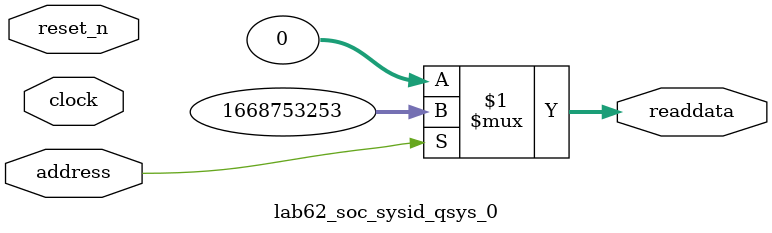
<source format=v>



// synthesis translate_off
`timescale 1ns / 1ps
// synthesis translate_on

// turn off superfluous verilog processor warnings 
// altera message_level Level1 
// altera message_off 10034 10035 10036 10037 10230 10240 10030 

module lab62_soc_sysid_qsys_0 (
               // inputs:
                address,
                clock,
                reset_n,

               // outputs:
                readdata
             )
;

  output  [ 31: 0] readdata;
  input            address;
  input            clock;
  input            reset_n;

  wire    [ 31: 0] readdata;
  //control_slave, which is an e_avalon_slave
  assign readdata = address ? 1668753253 : 0;

endmodule



</source>
